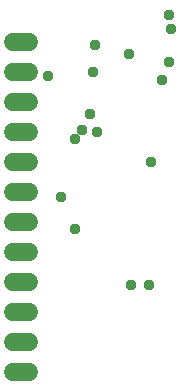
<source format=gbr>
G04 EAGLE Gerber RS-274X export*
G75*
%MOMM*%
%FSLAX34Y34*%
%LPD*%
%INSoldermask Bottom*%
%IPPOS*%
%AMOC8*
5,1,8,0,0,1.08239X$1,22.5*%
G01*
%ADD10C,1.524000*%
%ADD11C,0.959600*%


D10*
X44704Y25400D02*
X31496Y25400D01*
X31496Y50800D02*
X44704Y50800D01*
X44704Y76200D02*
X31496Y76200D01*
X31496Y101600D02*
X44704Y101600D01*
X44704Y127000D02*
X31496Y127000D01*
X31496Y152400D02*
X44704Y152400D01*
X44704Y177800D02*
X31496Y177800D01*
X31496Y203200D02*
X44704Y203200D01*
X44704Y228600D02*
X31496Y228600D01*
X31496Y254000D02*
X44704Y254000D01*
X44704Y279400D02*
X31496Y279400D01*
X31496Y304800D02*
X44704Y304800D01*
D11*
X96012Y243840D03*
X99060Y278892D03*
X147828Y202692D03*
X164592Y315468D03*
X100584Y301752D03*
X89916Y230124D03*
X71628Y173736D03*
X129540Y294132D03*
X163068Y327660D03*
X60960Y275844D03*
X163068Y288036D03*
X156972Y272796D03*
X83820Y222504D03*
X131064Y99060D03*
X83820Y146304D03*
X146304Y99060D03*
X102108Y228600D03*
M02*

</source>
